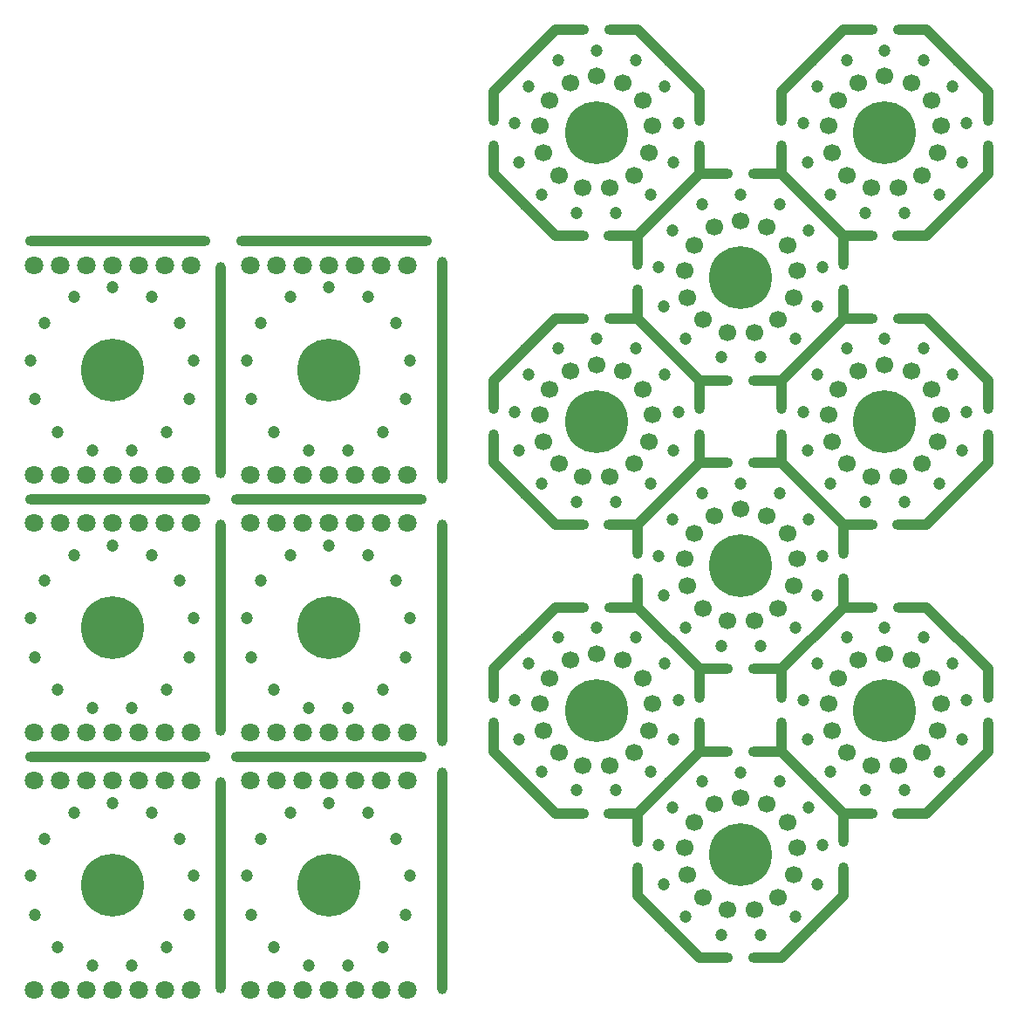
<source format=gbr>
G04 #@! TF.GenerationSoftware,KiCad,Pcbnew,(2018-01-14 revision 63e55e918)-makepkg*
G04 #@! TF.CreationDate,2018-02-22T22:40:35+00:00*
G04 #@! TF.ProjectId,Test nixie bearing,54657374206E69786965206265617269,rev?*
G04 #@! TF.SameCoordinates,Original*
G04 #@! TF.FileFunction,Copper,L2,Bot,Signal*
G04 #@! TF.FilePolarity,Positive*
%FSLAX46Y46*%
G04 Gerber Fmt 4.6, Leading zero omitted, Abs format (unit mm)*
G04 Created by KiCad (PCBNEW (2018-01-14 revision 63e55e918)-makepkg) date 02/22/18 22:40:35*
%MOMM*%
%LPD*%
G01*
G04 APERTURE LIST*
%ADD10O,1.000000X22.000000*%
%ADD11C,6.100000*%
%ADD12C,1.200000*%
%ADD13C,1.800000*%
%ADD14O,1.000000X3.750000*%
%ADD15O,3.750000X1.000000*%
%ADD16C,1.000000*%
%ADD17C,1.000000*%
%ADD18O,18.000000X1.000000*%
%ADD19C,1.700000*%
%ADD20O,1.000000X21.000000*%
%ADD21O,19.000000X1.000000*%
G04 APERTURE END LIST*
D10*
X84000000Y-130500000D03*
D11*
X73000000Y-131000000D03*
D12*
X73000000Y-123000000D03*
X76810000Y-123916352D03*
X79583870Y-126455483D03*
X80941670Y-130035707D03*
X69282215Y-123916352D03*
X78304981Y-136988085D03*
X66416130Y-126455483D03*
X67695019Y-136988085D03*
X80480129Y-133836839D03*
X65058330Y-130035707D03*
X71085475Y-138767534D03*
X65519871Y-133836839D03*
X74914525Y-138767534D03*
D13*
X73000000Y-120840000D03*
X75540000Y-120840000D03*
X78080000Y-120840000D03*
X80620000Y-120840000D03*
X67920000Y-120840000D03*
X70460000Y-120840000D03*
X65380000Y-120840000D03*
X80620000Y-141160000D03*
X78080000Y-141160000D03*
X75540000Y-141160000D03*
X70460000Y-141160000D03*
X67920000Y-141160000D03*
X65380000Y-141160000D03*
X73000000Y-141160000D03*
D14*
X89000000Y-116600000D03*
X89000000Y-111400000D03*
X109000000Y-111400000D03*
X109000000Y-116600000D03*
D15*
X101600000Y-124000000D03*
X96400000Y-124000000D03*
X96400000Y-104000000D03*
X101650000Y-104000000D03*
D16*
X92000000Y-107000000D03*
D17*
X94999901Y-104000099D02*
X89000099Y-109999901D01*
D18*
X52500000Y-68500000D03*
D16*
X92000000Y-121000000D03*
D17*
X89000099Y-118000099D02*
X94999901Y-123999901D01*
D16*
X106000000Y-107000000D03*
D17*
X103000099Y-104000099D02*
X108999901Y-109999901D01*
D12*
X100914525Y-121767534D03*
X91519871Y-116836839D03*
X97085475Y-121767534D03*
X91058330Y-113035707D03*
X106480129Y-116836839D03*
X93695019Y-119988085D03*
X92416130Y-109455483D03*
X104304981Y-119988085D03*
X95282215Y-106916352D03*
X106941670Y-113035707D03*
X105583870Y-109455483D03*
X102810000Y-106916352D03*
X99000000Y-106000000D03*
D11*
X99000000Y-114000000D03*
D19*
X99000000Y-108500000D03*
X101560000Y-109130000D03*
X103530000Y-110870000D03*
X104460000Y-113330000D03*
X104140000Y-115940000D03*
X102640000Y-118110000D03*
X100310000Y-119340000D03*
X97680000Y-119340000D03*
X95350000Y-118110000D03*
X93860000Y-115940000D03*
X93540000Y-113330000D03*
X94470000Y-110870000D03*
X96440000Y-109130000D03*
D14*
X103000000Y-130600000D03*
X103000000Y-125400000D03*
X123000000Y-125400000D03*
X123000000Y-130600000D03*
D15*
X115600000Y-138000000D03*
X110400000Y-138000000D03*
X110400000Y-118000000D03*
X115650000Y-118000000D03*
D16*
X106000000Y-121000000D03*
D17*
X108999901Y-118000099D02*
X103000099Y-123999901D01*
D16*
X120000000Y-135000000D03*
D17*
X122999901Y-132000099D02*
X117000099Y-137999901D01*
D16*
X106000000Y-135000000D03*
D17*
X103000099Y-132000099D02*
X108999901Y-137999901D01*
D20*
X62500000Y-106000000D03*
D12*
X114914525Y-135767534D03*
X105519871Y-130836839D03*
X111085475Y-135767534D03*
X105058330Y-127035707D03*
X120480129Y-130836839D03*
X107695019Y-133988085D03*
X106416130Y-123455483D03*
X118304981Y-133988085D03*
X109282215Y-120916352D03*
X120941670Y-127035707D03*
X119583870Y-123455483D03*
X116810000Y-120916352D03*
X113000000Y-120000000D03*
D11*
X113000000Y-128000000D03*
D19*
X113000000Y-122500000D03*
X115560000Y-123130000D03*
X117530000Y-124870000D03*
X118460000Y-127330000D03*
X118140000Y-129940000D03*
X116640000Y-132110000D03*
X114310000Y-133340000D03*
X111680000Y-133340000D03*
X109350000Y-132110000D03*
X107860000Y-129940000D03*
X107540000Y-127330000D03*
X108470000Y-124870000D03*
X110440000Y-123130000D03*
D14*
X117000000Y-116600000D03*
X117000000Y-111400000D03*
X137000000Y-111400000D03*
X137000000Y-116600000D03*
D15*
X129600000Y-124000000D03*
X124400000Y-124000000D03*
X124400000Y-104000000D03*
X129650000Y-104000000D03*
D16*
X120000000Y-107000000D03*
D17*
X122999901Y-104000099D02*
X117000099Y-109999901D01*
D16*
X134000000Y-121000000D03*
D17*
X136999901Y-118000099D02*
X131000099Y-123999901D01*
D16*
X120000000Y-121000000D03*
D17*
X117000099Y-118000099D02*
X122999901Y-123999901D01*
D16*
X134000000Y-107000000D03*
D17*
X131000099Y-104000099D02*
X136999901Y-109999901D01*
D12*
X128914525Y-121767534D03*
X119519871Y-116836839D03*
X125085475Y-121767534D03*
X119058330Y-113035707D03*
X134480129Y-116836839D03*
X121695019Y-119988085D03*
X120416130Y-109455483D03*
X132304981Y-119988085D03*
X123282215Y-106916352D03*
X134941670Y-113035707D03*
X133583870Y-109455483D03*
X130810000Y-106916352D03*
X127000000Y-106000000D03*
D11*
X127000000Y-114000000D03*
D19*
X127000000Y-108500000D03*
X129560000Y-109130000D03*
X131530000Y-110870000D03*
X132460000Y-113330000D03*
X132140000Y-115940000D03*
X130640000Y-118110000D03*
X128310000Y-119340000D03*
X125680000Y-119340000D03*
X123350000Y-118110000D03*
X121860000Y-115940000D03*
X121540000Y-113330000D03*
X122470000Y-110870000D03*
X124440000Y-109130000D03*
D13*
X52000000Y-141160000D03*
X44380000Y-141160000D03*
X46920000Y-141160000D03*
X49460000Y-141160000D03*
X54540000Y-141160000D03*
X57080000Y-141160000D03*
X59620000Y-141160000D03*
X44380000Y-120840000D03*
X49460000Y-120840000D03*
X46920000Y-120840000D03*
X59620000Y-120840000D03*
X57080000Y-120840000D03*
X54540000Y-120840000D03*
X52000000Y-120840000D03*
D12*
X53914525Y-138767534D03*
X44519871Y-133836839D03*
X50085475Y-138767534D03*
X44058330Y-130035707D03*
X59480129Y-133836839D03*
X46695019Y-136988085D03*
X45416130Y-126455483D03*
X57304981Y-136988085D03*
X48282215Y-123916352D03*
X59941670Y-130035707D03*
X58583870Y-126455483D03*
X55810000Y-123916352D03*
X52000000Y-123000000D03*
D11*
X52000000Y-131000000D03*
D14*
X103000000Y-102600000D03*
X103000000Y-97400000D03*
X123000000Y-97400000D03*
X123000000Y-102600000D03*
D15*
X115600000Y-110000000D03*
X110400000Y-110000000D03*
X110400000Y-90000000D03*
X115650000Y-90000000D03*
D18*
X52500000Y-118500000D03*
X52500000Y-93500000D03*
D21*
X73000000Y-93500000D03*
X73500000Y-68500000D03*
D12*
X114914525Y-107767534D03*
X105519871Y-102836839D03*
X111085475Y-107767534D03*
X105058330Y-99035707D03*
X120480129Y-102836839D03*
X107695019Y-105988085D03*
X106416130Y-95455483D03*
X118304981Y-105988085D03*
X109282215Y-92916352D03*
X120941670Y-99035707D03*
X119583870Y-95455483D03*
X116810000Y-92916352D03*
X113000000Y-92000000D03*
D11*
X113000000Y-100000000D03*
D19*
X113000000Y-94500000D03*
X115560000Y-95130000D03*
X117530000Y-96870000D03*
X118460000Y-99330000D03*
X118140000Y-101940000D03*
X116640000Y-104110000D03*
X114310000Y-105340000D03*
X111680000Y-105340000D03*
X109350000Y-104110000D03*
X107860000Y-101940000D03*
X107540000Y-99330000D03*
X108470000Y-96870000D03*
X110440000Y-95130000D03*
D14*
X117000000Y-88600000D03*
X117000000Y-83400000D03*
X137000000Y-83400000D03*
X137000000Y-88600000D03*
D15*
X129600000Y-96000000D03*
X124400000Y-96000000D03*
X124400000Y-76000000D03*
X129650000Y-76000000D03*
D20*
X62500000Y-131000000D03*
D16*
X134000000Y-93000000D03*
D17*
X136999901Y-90000099D02*
X131000099Y-95999901D01*
D16*
X120000000Y-93000000D03*
D17*
X117000099Y-90000099D02*
X122999901Y-95999901D01*
D16*
X134000000Y-79000000D03*
D17*
X131000099Y-76000099D02*
X136999901Y-81999901D01*
D12*
X128914525Y-93767534D03*
X119519871Y-88836839D03*
X125085475Y-93767534D03*
X119058330Y-85035707D03*
X134480129Y-88836839D03*
X121695019Y-91988085D03*
X120416130Y-81455483D03*
X132304981Y-91988085D03*
X123282215Y-78916352D03*
X134941670Y-85035707D03*
X133583870Y-81455483D03*
X130810000Y-78916352D03*
X127000000Y-78000000D03*
D11*
X127000000Y-86000000D03*
D19*
X127000000Y-80500000D03*
X129560000Y-81130000D03*
X131530000Y-82870000D03*
X132460000Y-85330000D03*
X132140000Y-87940000D03*
X130640000Y-90110000D03*
X128310000Y-91340000D03*
X125680000Y-91340000D03*
X123350000Y-90110000D03*
X121860000Y-87940000D03*
X121540000Y-85330000D03*
X122470000Y-82870000D03*
X124440000Y-81130000D03*
D14*
X89000000Y-88600000D03*
X89000000Y-83400000D03*
X109000000Y-83400000D03*
X109000000Y-88600000D03*
D15*
X101600000Y-96000000D03*
X96400000Y-96000000D03*
X96400000Y-76000000D03*
X101650000Y-76000000D03*
D16*
X92000000Y-79000000D03*
D17*
X94999901Y-76000099D02*
X89000099Y-81999901D01*
D16*
X106000000Y-93000000D03*
D17*
X108999901Y-90000099D02*
X103000099Y-95999901D01*
D16*
X92000000Y-93000000D03*
D17*
X89000099Y-90000099D02*
X94999901Y-95999901D01*
D10*
X84000000Y-81000000D03*
D12*
X100914525Y-93767534D03*
X91519871Y-88836839D03*
X97085475Y-93767534D03*
X91058330Y-85035707D03*
X106480129Y-88836839D03*
X93695019Y-91988085D03*
X92416130Y-81455483D03*
X104304981Y-91988085D03*
X95282215Y-78916352D03*
X106941670Y-85035707D03*
X105583870Y-81455483D03*
X102810000Y-78916352D03*
X99000000Y-78000000D03*
D11*
X99000000Y-86000000D03*
D19*
X99000000Y-80500000D03*
X101560000Y-81130000D03*
X103530000Y-82870000D03*
X104460000Y-85330000D03*
X104140000Y-87940000D03*
X102640000Y-90110000D03*
X100310000Y-91340000D03*
X97680000Y-91340000D03*
X95350000Y-90110000D03*
X93860000Y-87940000D03*
X93540000Y-85330000D03*
X94470000Y-82870000D03*
X96440000Y-81130000D03*
D14*
X103000000Y-74600000D03*
X103000000Y-69400000D03*
X123000000Y-69400000D03*
X123000000Y-74600000D03*
D15*
X115600000Y-82000000D03*
X110400000Y-82000000D03*
X110400000Y-62000000D03*
X115650000Y-62000000D03*
D20*
X62500000Y-81000000D03*
D16*
X120000000Y-79000000D03*
D17*
X122999901Y-76000099D02*
X117000099Y-81999901D01*
D16*
X106000000Y-79000000D03*
D17*
X103000099Y-76000099D02*
X108999901Y-81999901D01*
D21*
X73000000Y-118500000D03*
D12*
X114914525Y-79767534D03*
X105519871Y-74836839D03*
X111085475Y-79767534D03*
X105058330Y-71035707D03*
X120480129Y-74836839D03*
X107695019Y-77988085D03*
X106416130Y-67455483D03*
X118304981Y-77988085D03*
X109282215Y-64916352D03*
X120941670Y-71035707D03*
X119583870Y-67455483D03*
X116810000Y-64916352D03*
X113000000Y-64000000D03*
D11*
X113000000Y-72000000D03*
D19*
X113000000Y-66500000D03*
X115560000Y-67130000D03*
X117530000Y-68870000D03*
X118460000Y-71330000D03*
X118140000Y-73940000D03*
X116640000Y-76110000D03*
X114310000Y-77340000D03*
X111680000Y-77340000D03*
X109350000Y-76110000D03*
X107860000Y-73940000D03*
X107540000Y-71330000D03*
X108470000Y-68870000D03*
X110440000Y-67130000D03*
D14*
X117000000Y-60600000D03*
X117000000Y-55400000D03*
X137000000Y-55400000D03*
X137000000Y-60600000D03*
D15*
X129600000Y-68000000D03*
X124400000Y-68000000D03*
X124400000Y-48000000D03*
X129650000Y-48000000D03*
D16*
X120000000Y-51000000D03*
D17*
X122999901Y-48000099D02*
X117000099Y-53999901D01*
D16*
X134000000Y-65000000D03*
D17*
X136999901Y-62000099D02*
X131000099Y-67999901D01*
D16*
X120000000Y-65000000D03*
D17*
X117000099Y-62000099D02*
X122999901Y-67999901D01*
D16*
X134000000Y-51000000D03*
D17*
X131000099Y-48000099D02*
X136999901Y-53999901D01*
D12*
X128914525Y-65767534D03*
X119519871Y-60836839D03*
X125085475Y-65767534D03*
X119058330Y-57035707D03*
X134480129Y-60836839D03*
X121695019Y-63988085D03*
X120416130Y-53455483D03*
X132304981Y-63988085D03*
X123282215Y-50916352D03*
X134941670Y-57035707D03*
X133583870Y-53455483D03*
X130810000Y-50916352D03*
X127000000Y-50000000D03*
D11*
X127000000Y-58000000D03*
D19*
X127000000Y-52500000D03*
X129560000Y-53130000D03*
X131530000Y-54870000D03*
X132460000Y-57330000D03*
X132140000Y-59940000D03*
X130640000Y-62110000D03*
X128310000Y-63340000D03*
X125680000Y-63340000D03*
X123350000Y-62110000D03*
X121860000Y-59940000D03*
X121540000Y-57330000D03*
X122470000Y-54870000D03*
X124440000Y-53130000D03*
D14*
X89000000Y-60600000D03*
X89000000Y-55400000D03*
X109000000Y-55400000D03*
X109000000Y-60600000D03*
D15*
X101600000Y-68000000D03*
X96400000Y-68000000D03*
X96400000Y-48000000D03*
X101650000Y-48000000D03*
D16*
X92000000Y-51000000D03*
D17*
X94999901Y-48000099D02*
X89000099Y-53999901D01*
D16*
X106000000Y-65000000D03*
D17*
X108999901Y-62000099D02*
X103000099Y-67999901D01*
D16*
X92000000Y-65000000D03*
D17*
X89000099Y-62000099D02*
X94999901Y-67999901D01*
D16*
X106000000Y-51000000D03*
D17*
X103000099Y-48000099D02*
X108999901Y-53999901D01*
D12*
X100914525Y-65767534D03*
X91519871Y-60836839D03*
X97085475Y-65767534D03*
X91058330Y-57035707D03*
X106480129Y-60836839D03*
X93695019Y-63988085D03*
X92416130Y-53455483D03*
X104304981Y-63988085D03*
X95282215Y-50916352D03*
X106941670Y-57035707D03*
X105583870Y-53455483D03*
X102810000Y-50916352D03*
X99000000Y-50000000D03*
D11*
X99000000Y-58000000D03*
D19*
X99000000Y-52500000D03*
X101560000Y-53130000D03*
X103530000Y-54870000D03*
X104460000Y-57330000D03*
X104140000Y-59940000D03*
X102640000Y-62110000D03*
X100310000Y-63340000D03*
X97680000Y-63340000D03*
X95350000Y-62110000D03*
X93860000Y-59940000D03*
X93540000Y-57330000D03*
X94470000Y-54870000D03*
X96440000Y-53130000D03*
D13*
X52000000Y-116160000D03*
X44380000Y-116160000D03*
X46920000Y-116160000D03*
X49460000Y-116160000D03*
X54540000Y-116160000D03*
X57080000Y-116160000D03*
X59620000Y-116160000D03*
X44380000Y-95840000D03*
X49460000Y-95840000D03*
X46920000Y-95840000D03*
X59620000Y-95840000D03*
X57080000Y-95840000D03*
X54540000Y-95840000D03*
X52000000Y-95840000D03*
D12*
X53914525Y-113767534D03*
X44519871Y-108836839D03*
X50085475Y-113767534D03*
X44058330Y-105035707D03*
X59480129Y-108836839D03*
X46695019Y-111988085D03*
X45416130Y-101455483D03*
X57304981Y-111988085D03*
X48282215Y-98916352D03*
X59941670Y-105035707D03*
X58583870Y-101455483D03*
X55810000Y-98916352D03*
X52000000Y-98000000D03*
D11*
X52000000Y-106000000D03*
D13*
X73000000Y-116160000D03*
X65380000Y-116160000D03*
X67920000Y-116160000D03*
X70460000Y-116160000D03*
X75540000Y-116160000D03*
X78080000Y-116160000D03*
X80620000Y-116160000D03*
X65380000Y-95840000D03*
X70460000Y-95840000D03*
X67920000Y-95840000D03*
X80620000Y-95840000D03*
X78080000Y-95840000D03*
X75540000Y-95840000D03*
X73000000Y-95840000D03*
D12*
X74914525Y-113767534D03*
X65519871Y-108836839D03*
X71085475Y-113767534D03*
X65058330Y-105035707D03*
X80480129Y-108836839D03*
X67695019Y-111988085D03*
X66416130Y-101455483D03*
X78304981Y-111988085D03*
X69282215Y-98916352D03*
X80941670Y-105035707D03*
X79583870Y-101455483D03*
X76810000Y-98916352D03*
X73000000Y-98000000D03*
D11*
X73000000Y-106000000D03*
D13*
X52000000Y-91160000D03*
X44380000Y-91160000D03*
X46920000Y-91160000D03*
X49460000Y-91160000D03*
X54540000Y-91160000D03*
X57080000Y-91160000D03*
X59620000Y-91160000D03*
X44380000Y-70840000D03*
X49460000Y-70840000D03*
X46920000Y-70840000D03*
X59620000Y-70840000D03*
X57080000Y-70840000D03*
X54540000Y-70840000D03*
X52000000Y-70840000D03*
D12*
X53914525Y-88767534D03*
X44519871Y-83836839D03*
X50085475Y-88767534D03*
X44058330Y-80035707D03*
X59480129Y-83836839D03*
X46695019Y-86988085D03*
X45416130Y-76455483D03*
X57304981Y-86988085D03*
X48282215Y-73916352D03*
X59941670Y-80035707D03*
X58583870Y-76455483D03*
X55810000Y-73916352D03*
X52000000Y-73000000D03*
D11*
X52000000Y-81000000D03*
D13*
X73000000Y-91160000D03*
X65380000Y-91160000D03*
X67920000Y-91160000D03*
X70460000Y-91160000D03*
X75540000Y-91160000D03*
X78080000Y-91160000D03*
X80620000Y-91160000D03*
X65380000Y-70840000D03*
X70460000Y-70840000D03*
X67920000Y-70840000D03*
X80620000Y-70840000D03*
X78080000Y-70840000D03*
X75540000Y-70840000D03*
X73000000Y-70840000D03*
D12*
X74914525Y-88767534D03*
X65519871Y-83836839D03*
X71085475Y-88767534D03*
X65058330Y-80035707D03*
X80480129Y-83836839D03*
X67695019Y-86988085D03*
X66416130Y-76455483D03*
X78304981Y-86988085D03*
X69282215Y-73916352D03*
X80941670Y-80035707D03*
X79583870Y-76455483D03*
X76810000Y-73916352D03*
X73000000Y-73000000D03*
D11*
X73000000Y-81000000D03*
D10*
X84000000Y-106500000D03*
M02*

</source>
